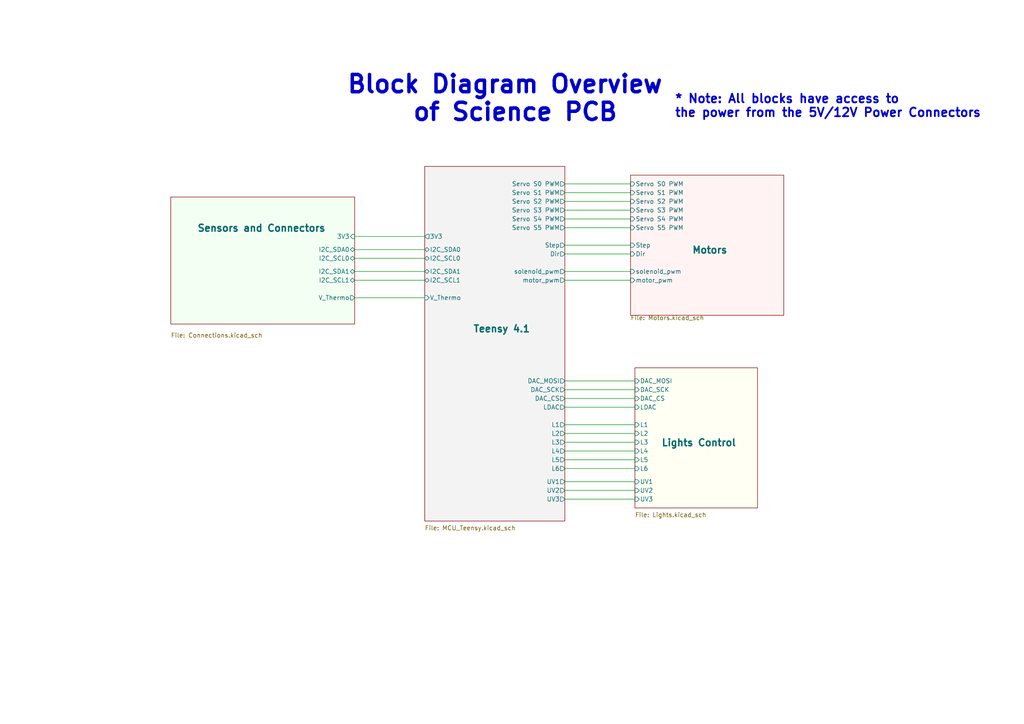
<source format=kicad_sch>
(kicad_sch
	(version 20231120)
	(generator "eeschema")
	(generator_version "8.0")
	(uuid "a80d2094-3c3c-4d37-bb6d-acd838c27d07")
	(paper "A4")
	(title_block
		(title "QSET Science Payload PCB")
		(date "2023-11-28")
		(rev "2")
		(company "Matthew Szalawiga")
	)
	(lib_symbols)
	(wire
		(pts
			(xy 163.83 118.11) (xy 184.15 118.11)
		)
		(stroke
			(width 0)
			(type default)
		)
		(uuid "01d86630-06f5-4cf2-ab85-61555dce885d")
	)
	(wire
		(pts
			(xy 163.83 125.73) (xy 184.15 125.73)
		)
		(stroke
			(width 0)
			(type default)
		)
		(uuid "075cee23-5966-40cd-83e3-4bfe8b61b24a")
	)
	(wire
		(pts
			(xy 163.83 81.28) (xy 182.88 81.28)
		)
		(stroke
			(width 0)
			(type default)
		)
		(uuid "0c6b8da0-a8df-463a-89be-fc939aa91f0b")
	)
	(wire
		(pts
			(xy 102.87 78.74) (xy 123.19 78.74)
		)
		(stroke
			(width 0)
			(type default)
		)
		(uuid "0ea4a35d-7121-49ef-a739-22fcd9fcb160")
	)
	(wire
		(pts
			(xy 163.83 123.19) (xy 184.15 123.19)
		)
		(stroke
			(width 0)
			(type default)
		)
		(uuid "2a61f923-3ee9-49a7-979c-8c9537f1c16a")
	)
	(wire
		(pts
			(xy 163.83 58.42) (xy 182.88 58.42)
		)
		(stroke
			(width 0)
			(type default)
		)
		(uuid "348f3e43-05df-4156-b6a2-db55bbee8105")
	)
	(wire
		(pts
			(xy 163.83 128.27) (xy 184.15 128.27)
		)
		(stroke
			(width 0)
			(type default)
		)
		(uuid "350b5d1e-1982-4623-99c6-8d5c90e53b88")
	)
	(wire
		(pts
			(xy 163.83 78.74) (xy 182.88 78.74)
		)
		(stroke
			(width 0)
			(type default)
		)
		(uuid "40229735-4811-400a-b736-23734f40185d")
	)
	(wire
		(pts
			(xy 163.83 53.34) (xy 182.88 53.34)
		)
		(stroke
			(width 0)
			(type default)
		)
		(uuid "4163086b-fbb2-4ab1-9005-f699dd7cbb84")
	)
	(wire
		(pts
			(xy 163.83 113.03) (xy 184.15 113.03)
		)
		(stroke
			(width 0)
			(type default)
		)
		(uuid "455d9fd8-a0a1-40a6-bdf5-5bd7943244f3")
	)
	(wire
		(pts
			(xy 102.87 86.36) (xy 123.19 86.36)
		)
		(stroke
			(width 0)
			(type default)
		)
		(uuid "49e36f43-50e7-4bc8-9484-e5b54e7a90b5")
	)
	(wire
		(pts
			(xy 163.83 144.78) (xy 184.15 144.78)
		)
		(stroke
			(width 0)
			(type default)
		)
		(uuid "690387af-4303-49f5-b8ef-ee429e1c0a6b")
	)
	(wire
		(pts
			(xy 102.87 68.58) (xy 123.19 68.58)
		)
		(stroke
			(width 0)
			(type default)
		)
		(uuid "6a409384-ff60-48c5-99fd-805202c19957")
	)
	(wire
		(pts
			(xy 163.83 142.24) (xy 184.15 142.24)
		)
		(stroke
			(width 0)
			(type default)
		)
		(uuid "7c84df0a-9e57-4d3d-bbb1-c48e24c95b35")
	)
	(wire
		(pts
			(xy 163.83 66.04) (xy 182.88 66.04)
		)
		(stroke
			(width 0)
			(type default)
		)
		(uuid "8a527c15-1792-4d7f-82e7-89429adb32a3")
	)
	(wire
		(pts
			(xy 163.83 135.89) (xy 184.15 135.89)
		)
		(stroke
			(width 0)
			(type default)
		)
		(uuid "b226330b-f36b-4ee5-81d0-d0ffe4a983fa")
	)
	(wire
		(pts
			(xy 163.83 110.49) (xy 184.15 110.49)
		)
		(stroke
			(width 0)
			(type default)
		)
		(uuid "b7727264-b501-4705-b08f-ff9676be146b")
	)
	(wire
		(pts
			(xy 163.83 71.12) (xy 182.88 71.12)
		)
		(stroke
			(width 0)
			(type default)
		)
		(uuid "b9747d6d-ddcf-42b5-bcb6-90e871e3df88")
	)
	(wire
		(pts
			(xy 163.83 139.7) (xy 184.15 139.7)
		)
		(stroke
			(width 0)
			(type default)
		)
		(uuid "bb8e57a5-d7b9-4eab-b1b3-b598c4b59340")
	)
	(wire
		(pts
			(xy 163.83 55.88) (xy 182.88 55.88)
		)
		(stroke
			(width 0)
			(type default)
		)
		(uuid "cf9f32a2-894c-482e-8306-741adf6cd7be")
	)
	(wire
		(pts
			(xy 163.83 130.81) (xy 184.15 130.81)
		)
		(stroke
			(width 0)
			(type default)
		)
		(uuid "da799d88-fde9-4ac8-8b8c-ee0a2b00ad84")
	)
	(wire
		(pts
			(xy 102.87 72.39) (xy 123.19 72.39)
		)
		(stroke
			(width 0)
			(type default)
		)
		(uuid "e13e245b-6744-4b92-bfda-1899fdb1d858")
	)
	(wire
		(pts
			(xy 163.83 133.35) (xy 184.15 133.35)
		)
		(stroke
			(width 0)
			(type default)
		)
		(uuid "e2b71795-f6f5-40b8-85e4-862e697c8cc7")
	)
	(wire
		(pts
			(xy 163.83 60.96) (xy 182.88 60.96)
		)
		(stroke
			(width 0)
			(type default)
		)
		(uuid "e3c98088-5d6f-4c55-a6a0-75534cf2396d")
	)
	(wire
		(pts
			(xy 102.87 81.28) (xy 123.19 81.28)
		)
		(stroke
			(width 0)
			(type default)
		)
		(uuid "eca88e5a-5dfe-4d60-8bc6-e9f183081564")
	)
	(wire
		(pts
			(xy 163.83 63.5) (xy 182.88 63.5)
		)
		(stroke
			(width 0)
			(type default)
		)
		(uuid "ed389591-68ac-410a-b2a4-6596506d0d97")
	)
	(wire
		(pts
			(xy 163.83 73.66) (xy 182.88 73.66)
		)
		(stroke
			(width 0)
			(type default)
		)
		(uuid "f030e54a-0759-42ab-bf6d-de206961862c")
	)
	(wire
		(pts
			(xy 163.83 115.57) (xy 184.15 115.57)
		)
		(stroke
			(width 0)
			(type default)
		)
		(uuid "f197b0a1-2c05-4ec1-8d54-e630aee458d5")
	)
	(wire
		(pts
			(xy 102.87 74.93) (xy 123.19 74.93)
		)
		(stroke
			(width 0)
			(type default)
		)
		(uuid "ffff6ccd-6d17-4d1a-a20c-b48e4625eef8")
	)
	(text "* Note: All blocks have access to \nthe power from the 5V/12V Power Connectors"
		(exclude_from_sim no)
		(at 195.58 34.29 0)
		(effects
			(font
				(size 2.5 2.5)
				(thickness 0.5)
				(bold yes)
			)
			(justify left bottom)
		)
		(uuid "0e30e20f-f28d-4c74-9d08-fec92175f9da")
	)
	(text "Block Diagram Overview\n     of Science PCB"
		(exclude_from_sim no)
		(at 100.33 35.56 0)
		(effects
			(font
				(size 5 5)
				(bold yes)
			)
			(justify left bottom)
		)
		(uuid "473bc4a9-750a-431b-a474-135319f298ae")
	)
	(sheet
		(at 182.88 50.8)
		(size 44.45 40.64)
		(stroke
			(width 0.1524)
			(type solid)
		)
		(fill
			(color 255 0 0 0.0500)
		)
		(uuid "4d14e150-5911-4ca4-ac48-9d2ced27d0cb")
		(property "Sheetname" "Motors"
			(at 200.66 73.66 0)
			(effects
				(font
					(size 2 2)
					(bold yes)
				)
				(justify left bottom)
			)
		)
		(property "Sheetfile" "Motors.kicad_sch"
			(at 182.88 91.44 0)
			(effects
				(font
					(size 1.27 1.27)
				)
				(justify left top)
			)
		)
		(pin "Step" input
			(at 182.88 71.12 180)
			(effects
				(font
					(size 1.27 1.27)
				)
				(justify left)
			)
			(uuid "6e90a84e-ccd3-4f9d-a9ad-11e8e5c6fc22")
		)
		(pin "Dir" input
			(at 182.88 73.66 180)
			(effects
				(font
					(size 1.27 1.27)
				)
				(justify left)
			)
			(uuid "1628c1da-a7ca-4bc2-9635-bc362f7fcc94")
		)
		(pin "solenoid_pwm" input
			(at 182.88 78.74 180)
			(effects
				(font
					(size 1.27 1.27)
				)
				(justify left)
			)
			(uuid "27d79e40-caa1-4795-9451-933ab42f9d7b")
		)
		(pin "motor_pwm" input
			(at 182.88 81.28 180)
			(effects
				(font
					(size 1.27 1.27)
				)
				(justify left)
			)
			(uuid "c4bc2db8-1f47-4d24-96f4-e44fc02e97bd")
		)
		(pin "Servo S4 PWM" input
			(at 182.88 63.5 180)
			(effects
				(font
					(size 1.27 1.27)
				)
				(justify left)
			)
			(uuid "a619ffe8-ef3a-4f3a-9fd4-681528020088")
		)
		(pin "Servo S3 PWM" input
			(at 182.88 60.96 180)
			(effects
				(font
					(size 1.27 1.27)
				)
				(justify left)
			)
			(uuid "ece2a00e-1ede-44cd-9083-bee79aeb31df")
		)
		(pin "Servo S5 PWM" input
			(at 182.88 66.04 180)
			(effects
				(font
					(size 1.27 1.27)
				)
				(justify left)
			)
			(uuid "13e7f09a-ec03-4e1b-a362-fef88dc1eda7")
		)
		(pin "Servo S1 PWM" input
			(at 182.88 55.88 180)
			(effects
				(font
					(size 1.27 1.27)
				)
				(justify left)
			)
			(uuid "7c07dce5-1f91-4035-93f4-694ea78b5b57")
		)
		(pin "Servo S2 PWM" input
			(at 182.88 58.42 180)
			(effects
				(font
					(size 1.27 1.27)
				)
				(justify left)
			)
			(uuid "5cbd13fb-96bd-4add-b780-6a9d7a2c4821")
		)
		(pin "Servo S0 PWM" input
			(at 182.88 53.34 180)
			(effects
				(font
					(size 1.27 1.27)
				)
				(justify left)
			)
			(uuid "36ba582e-ce41-4ce4-8cd4-4851c0cc7111")
		)
		(instances
			(project "PayloadPcbRev3"
				(path "/a80d2094-3c3c-4d37-bb6d-acd838c27d07"
					(page "4")
				)
			)
		)
	)
	(sheet
		(at 123.19 48.26)
		(size 40.64 102.87)
		(stroke
			(width 0.1524)
			(type solid)
		)
		(fill
			(color 0 0 0 0.0500)
		)
		(uuid "84cc308d-ff7f-4717-9efd-ef308ec3e29b")
		(property "Sheetname" "Teensy 4.1"
			(at 137.16 96.52 0)
			(effects
				(font
					(size 2 2)
					(bold yes)
				)
				(justify left bottom)
			)
		)
		(property "Sheetfile" "MCU_Teensy.kicad_sch"
			(at 123.19 152.4 0)
			(effects
				(font
					(size 1.27 1.27)
				)
				(justify left top)
			)
		)
		(pin "L5" output
			(at 163.83 133.35 0)
			(effects
				(font
					(size 1.27 1.27)
				)
				(justify right)
			)
			(uuid "ca9f2d3c-62b3-47fc-9f02-0e4f4eb977f9")
		)
		(pin "L6" output
			(at 163.83 135.89 0)
			(effects
				(font
					(size 1.27 1.27)
				)
				(justify right)
			)
			(uuid "2452290f-3635-4822-bcbc-5a6d153306e9")
		)
		(pin "L4" output
			(at 163.83 130.81 0)
			(effects
				(font
					(size 1.27 1.27)
				)
				(justify right)
			)
			(uuid "aaf2c99e-df22-44b2-b13c-149a9084d50b")
		)
		(pin "L3" output
			(at 163.83 128.27 0)
			(effects
				(font
					(size 1.27 1.27)
				)
				(justify right)
			)
			(uuid "5703a920-1acf-409d-83e1-615834a44452")
		)
		(pin "L1" output
			(at 163.83 123.19 0)
			(effects
				(font
					(size 1.27 1.27)
				)
				(justify right)
			)
			(uuid "e7e204ac-7a66-4ad9-baca-12fb68410c75")
		)
		(pin "L2" output
			(at 163.83 125.73 0)
			(effects
				(font
					(size 1.27 1.27)
				)
				(justify right)
			)
			(uuid "166e4d26-a1e5-4104-a045-b4e998e62660")
		)
		(pin "V_Thermo" input
			(at 123.19 86.36 180)
			(effects
				(font
					(size 1.27 1.27)
				)
				(justify left)
			)
			(uuid "277b4b1c-224e-4e1b-8319-51611a661c6a")
		)
		(pin "Step" output
			(at 163.83 71.12 0)
			(effects
				(font
					(size 1.27 1.27)
				)
				(justify right)
			)
			(uuid "34d1883b-ee07-47d0-8613-9b567ca1d556")
		)
		(pin "Dir" output
			(at 163.83 73.66 0)
			(effects
				(font
					(size 1.27 1.27)
				)
				(justify right)
			)
			(uuid "12503741-71bd-4d2a-b2d3-8513e853de66")
		)
		(pin "LDAC" output
			(at 163.83 118.11 0)
			(effects
				(font
					(size 1.27 1.27)
				)
				(justify right)
			)
			(uuid "f6a7da4c-d984-4c85-a1d6-0af21c199071")
		)
		(pin "DAC_CS" output
			(at 163.83 115.57 0)
			(effects
				(font
					(size 1.27 1.27)
				)
				(justify right)
			)
			(uuid "c0469e00-6742-4a83-94f6-8eab41301bb8")
		)
		(pin "DAC_SCK" output
			(at 163.83 113.03 0)
			(effects
				(font
					(size 1.27 1.27)
				)
				(justify right)
			)
			(uuid "56afbc97-f500-48d9-9e1e-6de4826cb2cf")
		)
		(pin "DAC_MOSI" output
			(at 163.83 110.49 0)
			(effects
				(font
					(size 1.27 1.27)
				)
				(justify right)
			)
			(uuid "fcc1a387-b7cf-4475-b28b-562f14673469")
		)
		(pin "3V3" output
			(at 123.19 68.58 180)
			(effects
				(font
					(size 1.27 1.27)
				)
				(justify left)
			)
			(uuid "742dd920-f40f-4b73-ac2d-25dc57a67555")
		)
		(pin "I2C_SDA0" bidirectional
			(at 123.19 72.39 180)
			(effects
				(font
					(size 1.27 1.27)
				)
				(justify left)
			)
			(uuid "602ae948-d452-4ac7-9a20-1dfaaaae0567")
		)
		(pin "I2C_SCL1" bidirectional
			(at 123.19 81.28 180)
			(effects
				(font
					(size 1.27 1.27)
				)
				(justify left)
			)
			(uuid "5f492243-c7e2-454f-aa35-32544aa219f7")
		)
		(pin "I2C_SCL0" bidirectional
			(at 123.19 74.93 180)
			(effects
				(font
					(size 1.27 1.27)
				)
				(justify left)
			)
			(uuid "84c2f565-558d-42db-b068-7a5d80e72402")
		)
		(pin "UV3" output
			(at 163.83 144.78 0)
			(effects
				(font
					(size 1.27 1.27)
				)
				(justify right)
			)
			(uuid "35344bc9-3864-4db1-8f43-4c9dd4fc2944")
		)
		(pin "UV1" output
			(at 163.83 139.7 0)
			(effects
				(font
					(size 1.27 1.27)
				)
				(justify right)
			)
			(uuid "5f2b0dcd-30a9-4047-a03b-99bef681e439")
		)
		(pin "UV2" output
			(at 163.83 142.24 0)
			(effects
				(font
					(size 1.27 1.27)
				)
				(justify right)
			)
			(uuid "7793d2b1-7ec1-48cc-9930-9aa2e482c847")
		)
		(pin "Servo S0 PWM" output
			(at 163.83 53.34 0)
			(effects
				(font
					(size 1.27 1.27)
				)
				(justify right)
			)
			(uuid "3c47bd68-c727-4e9e-a7c7-08cb9d05eacd")
		)
		(pin "Servo S1 PWM" output
			(at 163.83 55.88 0)
			(effects
				(font
					(size 1.27 1.27)
				)
				(justify right)
			)
			(uuid "04cb97ab-63c7-4fbe-9384-76c96268dbda")
		)
		(pin "solenoid_pwm" output
			(at 163.83 78.74 0)
			(effects
				(font
					(size 1.27 1.27)
				)
				(justify right)
			)
			(uuid "bbf0c442-504b-4cf2-b0c7-461492876f07")
		)
		(pin "motor_pwm" output
			(at 163.83 81.28 0)
			(effects
				(font
					(size 1.27 1.27)
				)
				(justify right)
			)
			(uuid "ae0126bc-1b23-43ab-a74b-7ee932324b56")
		)
		(pin "Servo S4 PWM" output
			(at 163.83 63.5 0)
			(effects
				(font
					(size 1.27 1.27)
				)
				(justify right)
			)
			(uuid "5a0d7979-f09e-42bc-8e0e-6169151ca488")
		)
		(pin "Servo S3 PWM" output
			(at 163.83 60.96 0)
			(effects
				(font
					(size 1.27 1.27)
				)
				(justify right)
			)
			(uuid "10df198f-2d4c-4d68-a9b3-e278eb5b8100")
		)
		(pin "Servo S5 PWM" output
			(at 163.83 66.04 0)
			(effects
				(font
					(size 1.27 1.27)
				)
				(justify right)
			)
			(uuid "27bfe270-b94e-4f9c-85ef-34572f84f3ef")
		)
		(pin "Servo S2 PWM" output
			(at 163.83 58.42 0)
			(effects
				(font
					(size 1.27 1.27)
				)
				(justify right)
			)
			(uuid "b56fa914-129b-486a-982b-ed5ff3d4c4c6")
		)
		(pin "I2C_SDA1" bidirectional
			(at 123.19 78.74 180)
			(effects
				(font
					(size 1.27 1.27)
				)
				(justify left)
			)
			(uuid "7d8465d3-8c88-415b-a039-2b7da86840f6")
		)
		(instances
			(project "PayloadPcbRev3"
				(path "/a80d2094-3c3c-4d37-bb6d-acd838c27d07"
					(page "2")
				)
			)
		)
	)
	(sheet
		(at 184.15 106.68)
		(size 35.56 40.64)
		(stroke
			(width 0.1524)
			(type solid)
		)
		(fill
			(color 255 255 0 0.0500)
		)
		(uuid "9139ab14-3988-4196-aa41-4c763aa60179")
		(property "Sheetname" "Lights Control"
			(at 191.77 129.54 0)
			(effects
				(font
					(size 2 2)
					(bold yes)
				)
				(justify left bottom)
			)
		)
		(property "Sheetfile" "Lights.kicad_sch"
			(at 184.15 148.59 0)
			(effects
				(font
					(size 1.27 1.27)
				)
				(justify left top)
			)
		)
		(pin "L4" input
			(at 184.15 130.81 180)
			(effects
				(font
					(size 1.27 1.27)
				)
				(justify left)
			)
			(uuid "6de2aeba-1c93-49ba-88e2-1618c6f978cf")
		)
		(pin "L1" input
			(at 184.15 123.19 180)
			(effects
				(font
					(size 1.27 1.27)
				)
				(justify left)
			)
			(uuid "af6a679e-3074-4723-94e7-b71362f2483d")
		)
		(pin "L2" input
			(at 184.15 125.73 180)
			(effects
				(font
					(size 1.27 1.27)
				)
				(justify left)
			)
			(uuid "925d54da-abec-42bc-88cd-2a0a3affe433")
		)
		(pin "L3" input
			(at 184.15 128.27 180)
			(effects
				(font
					(size 1.27 1.27)
				)
				(justify left)
			)
			(uuid "bf8a571d-8cb8-40b4-9cd3-8ee4e4bcbcf7")
		)
		(pin "L6" input
			(at 184.15 135.89 180)
			(effects
				(font
					(size 1.27 1.27)
				)
				(justify left)
			)
			(uuid "a6cb673b-673e-41dc-b718-8c6c531bad85")
		)
		(pin "L5" input
			(at 184.15 133.35 180)
			(effects
				(font
					(size 1.27 1.27)
				)
				(justify left)
			)
			(uuid "aa32320a-b4ee-45d7-b2db-cfa87376abf4")
		)
		(pin "LDAC" input
			(at 184.15 118.11 180)
			(effects
				(font
					(size 1.27 1.27)
				)
				(justify left)
			)
			(uuid "630ac8b9-f6fe-4f3d-ae34-bcd92b9a8617")
		)
		(pin "DAC_SCK" input
			(at 184.15 113.03 180)
			(effects
				(font
					(size 1.27 1.27)
				)
				(justify left)
			)
			(uuid "65185727-5109-4f59-9d22-685cc0f7c515")
		)
		(pin "DAC_CS" input
			(at 184.15 115.57 180)
			(effects
				(font
					(size 1.27 1.27)
				)
				(justify left)
			)
			(uuid "4b1493e4-0ed6-4eb4-9148-cd9faf820091")
		)
		(pin "DAC_MOSI" input
			(at 184.15 110.49 180)
			(effects
				(font
					(size 1.27 1.27)
				)
				(justify left)
			)
			(uuid "da19ff87-7453-435e-a61c-e7d1fa110afa")
		)
		(pin "UV2" input
			(at 184.15 142.24 180)
			(effects
				(font
					(size 1.27 1.27)
				)
				(justify left)
			)
			(uuid "764665cc-86c0-465c-9a0d-f56d0b795c1f")
		)
		(pin "UV1" input
			(at 184.15 139.7 180)
			(effects
				(font
					(size 1.27 1.27)
				)
				(justify left)
			)
			(uuid "6b7d4643-6a37-4752-9b8e-286e51ed109d")
		)
		(pin "UV3" input
			(at 184.15 144.78 180)
			(effects
				(font
					(size 1.27 1.27)
				)
				(justify left)
			)
			(uuid "fe5b314c-6010-4030-8ed7-3021a8637675")
		)
		(instances
			(project "PayloadPcbRev3"
				(path "/a80d2094-3c3c-4d37-bb6d-acd838c27d07"
					(page "3")
				)
			)
		)
	)
	(sheet
		(at 49.53 57.15)
		(size 53.34 36.83)
		(stroke
			(width 0.1524)
			(type solid)
		)
		(fill
			(color 0 255 0 0.0500)
		)
		(uuid "dec119ca-f131-4934-a28f-6a7d70f24c20")
		(property "Sheetname" "Sensors and Connectors"
			(at 57.15 67.31 0)
			(effects
				(font
					(size 2 2)
					(bold yes)
				)
				(justify left bottom)
			)
		)
		(property "Sheetfile" "Connections.kicad_sch"
			(at 49.53 96.52 0)
			(effects
				(font
					(size 1.27 1.27)
				)
				(justify left top)
			)
		)
		(pin "I2C_SCL1" bidirectional
			(at 102.87 81.28 0)
			(effects
				(font
					(size 1.27 1.27)
				)
				(justify right)
			)
			(uuid "a08cfc11-dab1-4427-888e-8b1e2678f17a")
		)
		(pin "I2C_SDA1" bidirectional
			(at 102.87 78.74 0)
			(effects
				(font
					(size 1.27 1.27)
				)
				(justify right)
			)
			(uuid "6fa2cd28-3a06-4752-a38f-a75a99dd140f")
		)
		(pin "I2C_SDA0" bidirectional
			(at 102.87 72.39 0)
			(effects
				(font
					(size 1.27 1.27)
				)
				(justify right)
			)
			(uuid "d145a21b-3b60-4289-8ee3-41ede80ce060")
		)
		(pin "3V3" input
			(at 102.87 68.58 0)
			(effects
				(font
					(size 1.27 1.27)
				)
				(justify right)
			)
			(uuid "4accc19b-2bd8-47fe-a03f-e9b7769e9c0a")
		)
		(pin "I2C_SCL0" bidirectional
			(at 102.87 74.93 0)
			(effects
				(font
					(size 1.27 1.27)
				)
				(justify right)
			)
			(uuid "3a43b28f-08f6-4832-b1be-f04c6af2010d")
		)
		(pin "V_Thermo" output
			(at 102.87 86.36 0)
			(effects
				(font
					(size 1.27 1.27)
				)
				(justify right)
			)
			(uuid "7bc1c1b9-a54e-4d58-9903-9db2e7c7a887")
		)
		(instances
			(project "PayloadPcbRev3"
				(path "/a80d2094-3c3c-4d37-bb6d-acd838c27d07"
					(page "5")
				)
			)
		)
	)
	(sheet_instances
		(path "/"
			(page "1")
		)
	)
)
</source>
